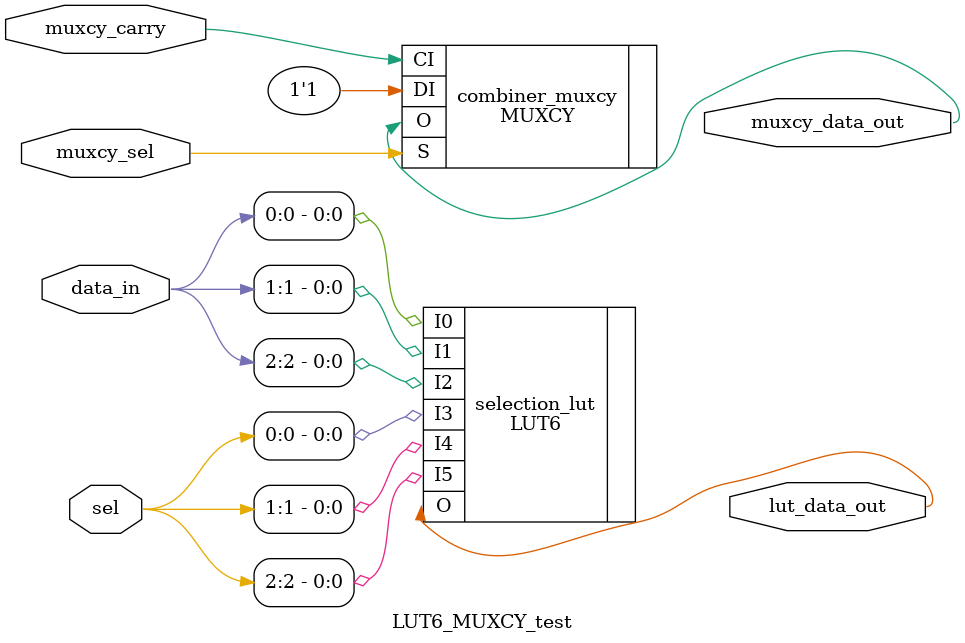
<source format=v>
module LUT6_MUXCY_test (
	input  [2:0]  data_in,
	input  [2:0]  sel,
	input         muxcy_sel,
	input         muxcy_carry,
	output 		  muxcy_data_out,
	output        lut_data_out);

	LUT6 #(.INIT (64'h0000000F003355FF)) selection_lut (
			.I0 	(data_in[0]), 
			.I1 	(data_in[1]), 
			.I2     (data_in[2]),
			.I3     (sel[0]),
			.I4     (sel[1]),
			.I5     (sel[2]),
			.O      (lut_data_out)); 


	MUXCY combiner_muxcy ( 
		   .DI      (1'b1),
		   .CI      (muxcy_carry),                     
		   .S       (muxcy_sel),
		   .O       (muxcy_data_out)) ;


endmodule



</source>
